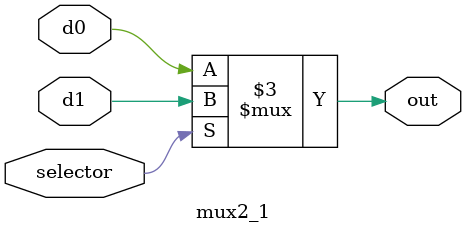
<source format=v>
module mux2_1 (
    input wire selector,
    input wire d0,
    input wire d1,
    output reg out
);
    
    always @(d0 or d1 or selector) begin
        if(selector)
            out = d1;
        else
            out = d0;
    end
    
endmodule
</source>
